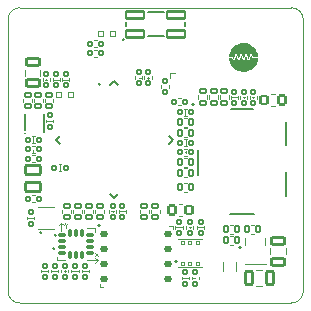
<source format=gto>
%TF.GenerationSoftware,KiCad,Pcbnew,9.0.1*%
%TF.CreationDate,2025-12-15T20:55:04-06:00*%
%TF.ProjectId,ProtoCore_v1,50726f74-6f43-46f7-9265-5f76312e6b69,rev?*%
%TF.SameCoordinates,Original*%
%TF.FileFunction,Legend,Top*%
%TF.FilePolarity,Positive*%
%FSLAX46Y46*%
G04 Gerber Fmt 4.6, Leading zero omitted, Abs format (unit mm)*
G04 Created by KiCad (PCBNEW 9.0.1) date 2025-12-15 20:55:04*
%MOMM*%
%LPD*%
G01*
G04 APERTURE LIST*
G04 Aperture macros list*
%AMRoundRect*
0 Rectangle with rounded corners*
0 $1 Rounding radius*
0 $2 $3 $4 $5 $6 $7 $8 $9 X,Y pos of 4 corners*
0 Add a 4 corners polygon primitive as box body*
4,1,4,$2,$3,$4,$5,$6,$7,$8,$9,$2,$3,0*
0 Add four circle primitives for the rounded corners*
1,1,$1+$1,$2,$3*
1,1,$1+$1,$4,$5*
1,1,$1+$1,$6,$7*
1,1,$1+$1,$8,$9*
0 Add four rect primitives between the rounded corners*
20,1,$1+$1,$2,$3,$4,$5,0*
20,1,$1+$1,$4,$5,$6,$7,0*
20,1,$1+$1,$6,$7,$8,$9,0*
20,1,$1+$1,$8,$9,$2,$3,0*%
G04 Aperture macros list end*
%ADD10C,0.100000*%
%ADD11C,0.120000*%
%ADD12C,0.150000*%
%ADD13C,0.125001*%
%ADD14C,0.000000*%
%ADD15C,0.127000*%
%ADD16C,0.200000*%
%ADD17C,0.161803*%
%ADD18C,0.177475*%
%ADD19C,0.010000*%
%ADD20R,0.580000X0.730000*%
%ADD21RoundRect,0.082500X-0.192500X0.197500X-0.192500X-0.197500X0.192500X-0.197500X0.192500X0.197500X0*%
%ADD22R,0.246234X0.804110*%
%ADD23R,0.246236X0.804111*%
%ADD24R,0.242472X0.804111*%
%ADD25R,0.246232X0.804111*%
%ADD26RoundRect,0.076500X0.243500X-0.178500X0.243500X0.178500X-0.243500X0.178500X-0.243500X-0.178500X0*%
%ADD27RoundRect,0.082500X0.197500X0.192500X-0.197500X0.192500X-0.197500X-0.192500X0.197500X-0.192500X0*%
%ADD28RoundRect,0.082500X0.192500X-0.197500X0.192500X0.197500X-0.192500X0.197500X-0.192500X-0.197500X0*%
%ADD29RoundRect,0.076500X-0.243500X0.178500X-0.243500X-0.178500X0.243500X-0.178500X0.243500X0.178500X0*%
%ADD30RoundRect,0.082500X-0.197500X-0.192500X0.197500X-0.192500X0.197500X0.192500X-0.197500X0.192500X0*%
%ADD31RoundRect,0.076500X0.178500X0.243500X-0.178500X0.243500X-0.178500X-0.243500X0.178500X-0.243500X0*%
%ADD32C,0.600000*%
%ADD33RoundRect,0.102000X-0.650000X0.375000X-0.650000X-0.375000X0.650000X-0.375000X0.650000X0.375000X0*%
%ADD34R,1.800000X0.800000*%
%ADD35C,0.290000*%
%ADD36RoundRect,0.125000X-0.250000X-0.125000X0.250000X-0.125000X0.250000X0.125000X-0.250000X0.125000X0*%
%ADD37R,3.000000X3.750000*%
%ADD38RoundRect,0.123750X-0.288750X-0.338750X0.288750X-0.338750X0.288750X0.338750X-0.288750X0.338750X0*%
%ADD39RoundRect,0.123750X-0.288750X-0.351250X0.288750X-0.351250X0.288750X0.351250X-0.288750X0.351250X0*%
%ADD40RoundRect,0.123750X0.288750X0.338750X-0.288750X0.338750X-0.288750X-0.338750X0.288750X-0.338750X0*%
%ADD41RoundRect,0.123750X0.288750X0.351250X-0.288750X0.351250X-0.288750X-0.351250X0.288750X-0.351250X0*%
%ADD42RoundRect,0.076500X-0.178500X-0.243500X0.178500X-0.243500X0.178500X0.243500X-0.178500X0.243500X0*%
%ADD43RoundRect,0.135000X0.540000X-0.315000X0.540000X0.315000X-0.540000X0.315000X-0.540000X-0.315000X0*%
%ADD44RoundRect,0.087500X-0.225000X-0.087500X0.225000X-0.087500X0.225000X0.087500X-0.225000X0.087500X0*%
%ADD45RoundRect,0.087500X-0.087500X-0.225000X0.087500X-0.225000X0.087500X0.225000X-0.087500X0.225000X0*%
%ADD46RoundRect,0.055000X-0.240000X-0.220000X0.240000X-0.220000X0.240000X0.220000X-0.240000X0.220000X0*%
%ADD47R,0.200000X0.600000*%
%ADD48R,0.200000X1.600000*%
%ADD49RoundRect,0.056250X0.143750X-0.131250X0.143750X0.131250X-0.143750X0.131250X-0.143750X-0.131250X0*%
%ADD50R,1.600000X1.000000*%
%ADD51R,0.275000X0.250000*%
%ADD52R,0.250000X0.275000*%
%ADD53RoundRect,0.135000X-0.540000X0.315000X-0.540000X-0.315000X0.540000X-0.315000X0.540000X0.315000X0*%
%ADD54RoundRect,0.135000X-0.315000X-0.540000X0.315000X-0.540000X0.315000X0.540000X-0.315000X0.540000X0*%
%ADD55RoundRect,0.102000X0.750000X0.300000X-0.750000X0.300000X-0.750000X-0.300000X0.750000X-0.300000X0*%
%TA.AperFunction,Profile*%
%ADD56C,0.100000*%
%TD*%
G04 APERTURE END LIST*
D10*
%TO.C,Y2*%
X151250000Y-93037500D02*
X151250000Y-93437500D01*
X151650000Y-93037500D02*
X151250000Y-93037500D01*
D11*
%TO.C,C37*%
X142875000Y-109699664D02*
X142875000Y-109915336D01*
X142875000Y-109807500D02*
X143475000Y-109807500D01*
X143475000Y-109699664D02*
X143475000Y-109915336D01*
D12*
%TO.C,U4*%
X138935000Y-97827500D02*
X138935000Y-96502499D01*
X140585000Y-98002501D02*
X140585000Y-96502499D01*
D13*
X138997500Y-98127500D02*
G75*
G02*
X138872500Y-98127500I-62500J0D01*
G01*
X138872500Y-98127500D02*
G75*
G02*
X138997500Y-98127500I62500J0D01*
G01*
D11*
%TO.C,R4*%
X143020000Y-104898641D02*
X143020000Y-104591359D01*
X143780000Y-104898641D02*
X143780000Y-104591359D01*
%TO.C,C31*%
X152545000Y-98650000D02*
X152545000Y-99250000D01*
X152652836Y-98650000D02*
X152437164Y-98650000D01*
X152652836Y-99250000D02*
X152437164Y-99250000D01*
%TO.C,C3*%
X150490000Y-94084663D02*
X150490000Y-94300337D01*
X151090000Y-94084663D02*
X151090000Y-94300337D01*
%TO.C,C26*%
X151675000Y-106202836D02*
X151675000Y-105987164D01*
X152275000Y-106095000D02*
X151675000Y-106095000D01*
X152275000Y-106202836D02*
X152275000Y-105987164D01*
%TO.C,R7*%
X153620000Y-94921359D02*
X153620000Y-95228641D01*
X154380000Y-94921359D02*
X154380000Y-95228641D01*
%TO.C,C40*%
X141169098Y-109699664D02*
X141169098Y-109915336D01*
X141169098Y-109807500D02*
X141769098Y-109807500D01*
X141769098Y-109699664D02*
X141769098Y-109915336D01*
D14*
%TO.C,G\u002A\u002A\u002A*%
G36*
X156832095Y-91557697D02*
G01*
X156836568Y-91569369D01*
X156844946Y-91591968D01*
X156856637Y-91623869D01*
X156871047Y-91663443D01*
X156887584Y-91709063D01*
X156905655Y-91759102D01*
X156920771Y-91801094D01*
X156939552Y-91852898D01*
X156957300Y-91901024D01*
X156973432Y-91943947D01*
X156987361Y-91980143D01*
X156998502Y-92008086D01*
X157006269Y-92026252D01*
X157009743Y-92032822D01*
X157025832Y-92043053D01*
X157044007Y-92042350D01*
X157059220Y-92031044D01*
X157060291Y-92029487D01*
X157065551Y-92018622D01*
X157074330Y-91997433D01*
X157085747Y-91968184D01*
X157098916Y-91933141D01*
X157112953Y-91894567D01*
X157112994Y-91894452D01*
X157144299Y-91807326D01*
X157171374Y-91732577D01*
X157194207Y-91670243D01*
X157212783Y-91620360D01*
X157227088Y-91582966D01*
X157237109Y-91558098D01*
X157242831Y-91545793D01*
X157244042Y-91544360D01*
X157247380Y-91550326D01*
X157254354Y-91566909D01*
X157264195Y-91592137D01*
X157276131Y-91624041D01*
X157288946Y-91659390D01*
X157305669Y-91706198D01*
X157325023Y-91760373D01*
X157345152Y-91816721D01*
X157364201Y-91870050D01*
X157374107Y-91897786D01*
X157392438Y-91947646D01*
X157407761Y-91985811D01*
X157420673Y-92013431D01*
X157431773Y-92031651D01*
X157441656Y-92041620D01*
X157450451Y-92044491D01*
X157457268Y-92042558D01*
X157464547Y-92035990D01*
X157472824Y-92023638D01*
X157482635Y-92004353D01*
X157494515Y-91976983D01*
X157508999Y-91940379D01*
X157526624Y-91893392D01*
X157547403Y-91836314D01*
X157565710Y-91785414D01*
X157583467Y-91735779D01*
X157599905Y-91689576D01*
X157614258Y-91648970D01*
X157625758Y-91616126D01*
X157633637Y-91593211D01*
X157634735Y-91589937D01*
X157643910Y-91563651D01*
X157650363Y-91548758D01*
X157654922Y-91543797D01*
X157658418Y-91547306D01*
X157658647Y-91547836D01*
X157662095Y-91556959D01*
X157669506Y-91577152D01*
X157680341Y-91606932D01*
X157694063Y-91644814D01*
X157710135Y-91689315D01*
X157728019Y-91738951D01*
X157747177Y-91792236D01*
X157747963Y-91794426D01*
X157767280Y-91847634D01*
X157785610Y-91897028D01*
X157802386Y-91941158D01*
X157817039Y-91978574D01*
X157829002Y-92007826D01*
X157837705Y-92027467D01*
X157842582Y-92036045D01*
X157842712Y-92036156D01*
X157861880Y-92043869D01*
X157881364Y-92040988D01*
X157892344Y-92032822D01*
X157896925Y-92023940D01*
X157905405Y-92004024D01*
X157917209Y-91974601D01*
X157931761Y-91937199D01*
X157948486Y-91893348D01*
X157966808Y-91844577D01*
X157986154Y-91792413D01*
X158005946Y-91738386D01*
X158025611Y-91684024D01*
X158044572Y-91630856D01*
X158058106Y-91592337D01*
X158067639Y-91566758D01*
X158076028Y-91547430D01*
X158082156Y-91536761D01*
X158084438Y-91535656D01*
X158088246Y-91543584D01*
X158095504Y-91561699D01*
X158105287Y-91587589D01*
X158116671Y-91618843D01*
X158121021Y-91631049D01*
X158132686Y-91663936D01*
X158142900Y-91692652D01*
X158150769Y-91714689D01*
X158155398Y-91727541D01*
X158156089Y-91729409D01*
X158159824Y-91731636D01*
X158169844Y-91733459D01*
X158187164Y-91734911D01*
X158212797Y-91736024D01*
X158247756Y-91736831D01*
X158293057Y-91737366D01*
X158349712Y-91737659D01*
X158415286Y-91737744D01*
X158671307Y-91737744D01*
X158671268Y-91772753D01*
X158670212Y-91795152D01*
X158667418Y-91825583D01*
X158663394Y-91858931D01*
X158661251Y-91873957D01*
X158636174Y-91997275D01*
X158599325Y-92115340D01*
X158551414Y-92227602D01*
X158493149Y-92333506D01*
X158425241Y-92432502D01*
X158348399Y-92524037D01*
X158263332Y-92607559D01*
X158170749Y-92682516D01*
X158071361Y-92748355D01*
X157965876Y-92804525D01*
X157855004Y-92850473D01*
X157739454Y-92885646D01*
X157619935Y-92909494D01*
X157497158Y-92921464D01*
X157371831Y-92921003D01*
X157320953Y-92917196D01*
X157196033Y-92898662D01*
X157074084Y-92867456D01*
X156956135Y-92824101D01*
X156843215Y-92769120D01*
X156736354Y-92703035D01*
X156636581Y-92626370D01*
X156544926Y-92539647D01*
X156516206Y-92508426D01*
X156439714Y-92412769D01*
X156371999Y-92308510D01*
X156314703Y-92198311D01*
X156290791Y-92142610D01*
X156273340Y-92093872D01*
X156256696Y-92038017D01*
X156241579Y-91978362D01*
X156228707Y-91918222D01*
X156218797Y-91860913D01*
X156212567Y-91809751D01*
X156210700Y-91772753D01*
X156210661Y-91737744D01*
X156336180Y-91737744D01*
X156461699Y-91737744D01*
X156513921Y-91872780D01*
X156533516Y-91923389D01*
X156548996Y-91962928D01*
X156561065Y-91992762D01*
X156570430Y-92014256D01*
X156577795Y-92028775D01*
X156583865Y-92037683D01*
X156589347Y-92042346D01*
X156594946Y-92044129D01*
X156601366Y-92044396D01*
X156602602Y-92044389D01*
X156619400Y-92042403D01*
X156629346Y-92038845D01*
X156632258Y-92035096D01*
X156636905Y-92026062D01*
X156643577Y-92010986D01*
X156652568Y-91989112D01*
X156664169Y-91959682D01*
X156678673Y-91921940D01*
X156696371Y-91875128D01*
X156717557Y-91818488D01*
X156742522Y-91751265D01*
X156771558Y-91672701D01*
X156790598Y-91621047D01*
X156822527Y-91534357D01*
X156832095Y-91557697D01*
G37*
G36*
X157564201Y-90482913D02*
G01*
X157641019Y-90492813D01*
X157719090Y-90508703D01*
X157742506Y-90514469D01*
X157862819Y-90550898D01*
X157974702Y-90597004D01*
X158079515Y-90653560D01*
X158178615Y-90721343D01*
X158273360Y-90801126D01*
X158314588Y-90840801D01*
X158400819Y-90935099D01*
X158474546Y-91033253D01*
X158536252Y-91136087D01*
X158586420Y-91244423D01*
X158625534Y-91359085D01*
X158631409Y-91380351D01*
X158641610Y-91422338D01*
X158651172Y-91468564D01*
X158659500Y-91515451D01*
X158665999Y-91559421D01*
X158670073Y-91596896D01*
X158671185Y-91619380D01*
X158671307Y-91644386D01*
X158451249Y-91644386D01*
X158398590Y-91644320D01*
X158350450Y-91644131D01*
X158308381Y-91643837D01*
X158273938Y-91643453D01*
X158248675Y-91642995D01*
X158234147Y-91642479D01*
X158231191Y-91642107D01*
X158228919Y-91634116D01*
X158222624Y-91615763D01*
X158213085Y-91589127D01*
X158201084Y-91556287D01*
X158187402Y-91519322D01*
X158172819Y-91480312D01*
X158158116Y-91441335D01*
X158144075Y-91404472D01*
X158131474Y-91371800D01*
X158121097Y-91345400D01*
X158113722Y-91327349D01*
X158110136Y-91319734D01*
X158097598Y-91313146D01*
X158079183Y-91311245D01*
X158061466Y-91314044D01*
X158052287Y-91319592D01*
X158049385Y-91324789D01*
X158044475Y-91336084D01*
X158037284Y-91354225D01*
X158027536Y-91379961D01*
X158014958Y-91414037D01*
X157999276Y-91457203D01*
X157980214Y-91510206D01*
X157957499Y-91573794D01*
X157930857Y-91648715D01*
X157910165Y-91707056D01*
X157895422Y-91748464D01*
X157884377Y-91778615D01*
X157876331Y-91798841D01*
X157870586Y-91810475D01*
X157866444Y-91814851D01*
X157863204Y-91813302D01*
X157860169Y-91807160D01*
X157859122Y-91804428D01*
X157855462Y-91794443D01*
X157847828Y-91773450D01*
X157836777Y-91742987D01*
X157822865Y-91704591D01*
X157806650Y-91659799D01*
X157788687Y-91610146D01*
X157770930Y-91561031D01*
X157751773Y-91508459D01*
X157733653Y-91459556D01*
X157717149Y-91415819D01*
X157702838Y-91378746D01*
X157691299Y-91349835D01*
X157683109Y-91330584D01*
X157678980Y-91322635D01*
X157664891Y-91313863D01*
X157646853Y-91311256D01*
X157631061Y-91315207D01*
X157626283Y-91319301D01*
X157621248Y-91329189D01*
X157613458Y-91348179D01*
X157604346Y-91372711D01*
X157601443Y-91380984D01*
X157594262Y-91401589D01*
X157583851Y-91431263D01*
X157570909Y-91468028D01*
X157556138Y-91509904D01*
X157540236Y-91554912D01*
X157523906Y-91601074D01*
X157507848Y-91646411D01*
X157492761Y-91688943D01*
X157479347Y-91726692D01*
X157468306Y-91757678D01*
X157460338Y-91779924D01*
X157456278Y-91791091D01*
X157451006Y-91801776D01*
X157446504Y-91800639D01*
X157444771Y-91797760D01*
X157441387Y-91789361D01*
X157434082Y-91769864D01*
X157423390Y-91740742D01*
X157409847Y-91703468D01*
X157393988Y-91659514D01*
X157376348Y-91610352D01*
X157357548Y-91557697D01*
X157338644Y-91504886D01*
X157320927Y-91455892D01*
X157304941Y-91412177D01*
X157291225Y-91375201D01*
X157280322Y-91346422D01*
X157272773Y-91327302D01*
X157269120Y-91319301D01*
X157255752Y-91311620D01*
X157237899Y-91311805D01*
X157221282Y-91319139D01*
X157214640Y-91326118D01*
X157209441Y-91336858D01*
X157200694Y-91358036D01*
X157189233Y-91387497D01*
X157175893Y-91423084D01*
X157161510Y-91462641D01*
X157158469Y-91471156D01*
X157130983Y-91548194D01*
X157107569Y-91613428D01*
X157087926Y-91667653D01*
X157071749Y-91711665D01*
X157058738Y-91746259D01*
X157048589Y-91772229D01*
X157041001Y-91790371D01*
X157035670Y-91801480D01*
X157032294Y-91806351D01*
X157030927Y-91806470D01*
X157027717Y-91800121D01*
X157021420Y-91784700D01*
X157011857Y-91759716D01*
X156998847Y-91724678D01*
X156982211Y-91679097D01*
X156961769Y-91622481D01*
X156937339Y-91554341D01*
X156908744Y-91474185D01*
X156902950Y-91457911D01*
X156888681Y-91418348D01*
X156875502Y-91382804D01*
X156864191Y-91353304D01*
X156855530Y-91331870D01*
X156850296Y-91320528D01*
X156849645Y-91319541D01*
X156836609Y-91312591D01*
X156818618Y-91311545D01*
X156802647Y-91316340D01*
X156798295Y-91319988D01*
X156793658Y-91329006D01*
X156785489Y-91348358D01*
X156774678Y-91375795D01*
X156762116Y-91409068D01*
X156751413Y-91438352D01*
X156736101Y-91480645D01*
X156719391Y-91526440D01*
X156701903Y-91574073D01*
X156684256Y-91621885D01*
X156667069Y-91668212D01*
X156650962Y-91711395D01*
X156636553Y-91749769D01*
X156624461Y-91781675D01*
X156615307Y-91805450D01*
X156609709Y-91819433D01*
X156608274Y-91822480D01*
X156605225Y-91817484D01*
X156598454Y-91802270D01*
X156588924Y-91779113D01*
X156577594Y-91750282D01*
X156576021Y-91746191D01*
X156564183Y-91715222D01*
X156553848Y-91688034D01*
X156546093Y-91667463D01*
X156541990Y-91656345D01*
X156541888Y-91656056D01*
X156539694Y-91652421D01*
X156534908Y-91649625D01*
X156525959Y-91647560D01*
X156511276Y-91646117D01*
X156489287Y-91645187D01*
X156458421Y-91644661D01*
X156417108Y-91644431D01*
X156373263Y-91644386D01*
X156208694Y-91644386D01*
X156213033Y-91587932D01*
X156228710Y-91469652D01*
X156256977Y-91353737D01*
X156297164Y-91241117D01*
X156348602Y-91132723D01*
X156410621Y-91029485D01*
X156482551Y-90932334D01*
X156563723Y-90842200D01*
X156653468Y-90760014D01*
X156751115Y-90686705D01*
X156855996Y-90623206D01*
X156935347Y-90584200D01*
X157039706Y-90542635D01*
X157142957Y-90512074D01*
X157248570Y-90491727D01*
X157360015Y-90480801D01*
X157395958Y-90479214D01*
X157484045Y-90478536D01*
X157564201Y-90482913D01*
G37*
D11*
%TO.C,C9*%
X152412164Y-96050000D02*
X152627836Y-96050000D01*
X152412164Y-96650000D02*
X152627836Y-96650000D01*
X152520000Y-96650000D02*
X152520000Y-96050000D01*
%TO.C,C25*%
X139125000Y-105197164D02*
X139125000Y-105412836D01*
X139125000Y-105305000D02*
X139725000Y-105305000D01*
X139725000Y-105197164D02*
X139725000Y-105412836D01*
%TO.C,R22*%
X152673641Y-97720000D02*
X152366359Y-97720000D01*
X152673641Y-98480000D02*
X152366359Y-98480000D01*
%TO.C,R3*%
X142095000Y-104898641D02*
X142095000Y-104591359D01*
X142855000Y-104898641D02*
X142855000Y-104591359D01*
%TO.C,R15*%
X138800000Y-95201359D02*
X138800000Y-95508641D01*
X139560000Y-95201359D02*
X139560000Y-95508641D01*
%TO.C,C11*%
X146875000Y-104637164D02*
X146875000Y-104852836D01*
X146875000Y-104745000D02*
X147475000Y-104745000D01*
X147475000Y-104637164D02*
X147475000Y-104852836D01*
D15*
%TO.C,U1*%
X141557864Y-98665434D02*
X141890204Y-98333094D01*
X141557864Y-98665434D02*
X141890204Y-98997774D01*
X146507611Y-93715687D02*
X146175271Y-94048027D01*
X146507611Y-93715687D02*
X146839951Y-94048027D01*
X146507611Y-103615181D02*
X146175271Y-103282841D01*
X146507611Y-103615181D02*
X146839951Y-103282841D01*
X151457358Y-98665434D02*
X151125018Y-98333094D01*
X151457358Y-98665434D02*
X151125018Y-98997774D01*
D16*
X145292141Y-93980852D02*
G75*
G02*
X145142141Y-93980852I-75000J0D01*
G01*
X145142141Y-93980852D02*
G75*
G02*
X145292141Y-93980852I75000J0D01*
G01*
D11*
%TO.C,R13*%
X156573641Y-106795000D02*
X156266359Y-106795000D01*
X156573641Y-107555000D02*
X156266359Y-107555000D01*
%TO.C,C5*%
X141275000Y-93702836D02*
X141275000Y-93487164D01*
X141875000Y-93595000D02*
X141275000Y-93595000D01*
X141875000Y-93702836D02*
X141875000Y-93487164D01*
%TO.C,C29*%
X156350000Y-95202836D02*
X156350000Y-94987164D01*
X156950000Y-95095000D02*
X156350000Y-95095000D01*
X156950000Y-95202836D02*
X156950000Y-94987164D01*
%TO.C,L3*%
X155715000Y-109025378D02*
X155715000Y-109824622D01*
X156835000Y-109025378D02*
X156835000Y-109824622D01*
%TO.C,C13*%
X139537163Y-103375000D02*
X139752837Y-103375000D01*
X139537163Y-103975000D02*
X139752837Y-103975000D01*
%TO.C,R11*%
X149595000Y-104898641D02*
X149595000Y-104591359D01*
X150355000Y-104898641D02*
X150355000Y-104591359D01*
%TO.C,C8*%
X142100000Y-93702836D02*
X142100000Y-93487164D01*
X142700000Y-93595000D02*
X142100000Y-93595000D01*
X142700000Y-93702836D02*
X142700000Y-93487164D01*
D16*
%TO.C,U7*%
X153550000Y-101625000D02*
X153550000Y-99575000D01*
X156350000Y-96100000D02*
X158250000Y-96100000D01*
X158325000Y-105000000D02*
X156324999Y-105000000D01*
X161050000Y-99150000D02*
X161050000Y-97150000D01*
X161050000Y-103450000D02*
X161050000Y-101450000D01*
X153275737Y-95700000D02*
G75*
G02*
X153074263Y-95700000I-100737J0D01*
G01*
X153074263Y-95700000D02*
G75*
G02*
X153275737Y-95700000I100737J0D01*
G01*
D11*
%TO.C,C15*%
X145027837Y-90230000D02*
X144812163Y-90230000D01*
X145027837Y-90830000D02*
X144812163Y-90830000D01*
%TO.C,C4*%
X140450000Y-93702836D02*
X140450000Y-93487164D01*
X140750000Y-93661418D02*
X140750000Y-93528582D01*
X140841418Y-93595000D02*
X140658582Y-93595000D01*
X141050000Y-93702836D02*
X141050000Y-93487164D01*
%TO.C,U6*%
X145250000Y-111150000D02*
X145250000Y-110900000D01*
X145250000Y-111160000D02*
X145550000Y-111160000D01*
X151450000Y-105950000D02*
X151150000Y-105950000D01*
X151450000Y-105960000D02*
X151450000Y-106210000D01*
D16*
X145300000Y-105950000D02*
G75*
G02*
X145100000Y-105950000I-100000J0D01*
G01*
X145100000Y-105950000D02*
G75*
G02*
X145300000Y-105950000I100000J0D01*
G01*
D11*
%TO.C,C10*%
X141895000Y-100750000D02*
X141895000Y-101350000D01*
X142002836Y-100750000D02*
X141787164Y-100750000D01*
X142002836Y-101350000D02*
X141787164Y-101350000D01*
%TO.C,C39*%
X140319098Y-109699664D02*
X140319098Y-109915336D01*
X140319098Y-109807500D02*
X140919098Y-109807500D01*
X140919098Y-109699664D02*
X140919098Y-109915336D01*
%TO.C,C7*%
X149050000Y-93537836D02*
X149050000Y-93322164D01*
X149350000Y-93496418D02*
X149350000Y-93363582D01*
X149441418Y-93430000D02*
X149258582Y-93430000D01*
X149650000Y-93537836D02*
X149650000Y-93322164D01*
%TO.C,C27*%
X159796919Y-94840000D02*
X160078081Y-94840000D01*
X159796919Y-95860000D02*
X160078081Y-95860000D01*
%TO.C,C34*%
X152228081Y-104102500D02*
X151946919Y-104102500D01*
X152228081Y-105122500D02*
X151946919Y-105122500D01*
%TO.C,C33*%
X152545000Y-99658582D02*
X152545000Y-99841418D01*
X152611418Y-99750000D02*
X152478582Y-99750000D01*
X152652836Y-99450000D02*
X152437164Y-99450000D01*
X152652836Y-100050000D02*
X152437164Y-100050000D01*
%TO.C,R17*%
X152366359Y-102320000D02*
X152673641Y-102320000D01*
X152366359Y-103080000D02*
X152673641Y-103080000D01*
%TO.C,C1*%
X138900000Y-93261252D02*
X138900000Y-92738748D01*
X140250000Y-93261252D02*
X140250000Y-92738748D01*
%TO.C,C6*%
X146050000Y-104637164D02*
X146050000Y-104852836D01*
X146258582Y-104745000D02*
X146441418Y-104745000D01*
X146350000Y-104678582D02*
X146350000Y-104811418D01*
X146650000Y-104637164D02*
X146650000Y-104852836D01*
%TO.C,C24*%
X139532164Y-98370000D02*
X139747836Y-98370000D01*
X139532164Y-98970000D02*
X139747836Y-98970000D01*
X139640000Y-98970000D02*
X139640000Y-98370000D01*
%TO.C,C23*%
X139532164Y-99170000D02*
X139747836Y-99170000D01*
X139532164Y-99770000D02*
X139747836Y-99770000D01*
X139640000Y-99770000D02*
X139640000Y-99520000D01*
%TO.C,R9*%
X148670000Y-104591359D02*
X148670000Y-104898641D01*
X149430000Y-104591359D02*
X149430000Y-104898641D01*
%TO.C,R8*%
X152366359Y-101095000D02*
X152673641Y-101095000D01*
X152366359Y-101855000D02*
X152673641Y-101855000D01*
%TO.C,C35*%
X143725000Y-109699664D02*
X143725000Y-109915336D01*
X143725000Y-109807500D02*
X144325000Y-109807500D01*
X144325000Y-109699664D02*
X144325000Y-109915336D01*
%TO.C,C38*%
X157150000Y-95202836D02*
X157150000Y-94987164D01*
X157450000Y-95161418D02*
X157450000Y-95028582D01*
X157541418Y-95095000D02*
X157358582Y-95095000D01*
X157750000Y-95202836D02*
X157750000Y-94987164D01*
%TO.C,C22*%
X140720000Y-96972164D02*
X140720000Y-97187836D01*
X140720000Y-97080000D02*
X141320000Y-97080000D01*
X141320000Y-96972164D02*
X141320000Y-97187836D01*
%TO.C,C18*%
X152600000Y-106202836D02*
X152600000Y-105987164D01*
X152900000Y-106161418D02*
X152900000Y-106028582D01*
X152991418Y-106095000D02*
X152808582Y-106095000D01*
X153200000Y-106202836D02*
X153200000Y-105987164D01*
%TO.C,U8*%
X141640000Y-108872500D02*
X141640000Y-108587500D01*
D10*
X141800000Y-105912500D02*
X142000000Y-105706250D01*
X142000000Y-106362500D02*
X142000000Y-105712500D01*
X142200000Y-105912500D02*
X142000000Y-105706250D01*
D11*
X142315000Y-108872500D02*
X141640000Y-108872500D01*
D10*
X142450000Y-105940625D02*
X142325000Y-105762500D01*
X142450000Y-106137500D02*
X142450000Y-105937500D01*
X142575000Y-105762500D02*
X142446875Y-105937500D01*
D11*
X144185000Y-106152500D02*
X144860000Y-106152500D01*
X144185000Y-108872500D02*
X145075000Y-108872500D01*
X144860000Y-106152500D02*
X144860000Y-106462500D01*
D10*
X144871875Y-108662500D02*
X145078125Y-108862499D01*
X144871875Y-109087499D02*
X145078125Y-108887500D01*
X144887500Y-108525000D02*
X145112500Y-108237500D01*
X145112500Y-108525000D02*
X144887500Y-108237500D01*
D17*
X141580901Y-106762500D02*
G75*
G02*
X141419099Y-106762500I-80901J0D01*
G01*
X141419099Y-106762500D02*
G75*
G02*
X141580901Y-106762500I80901J0D01*
G01*
D11*
%TO.C,C21*%
X152225000Y-110287164D02*
X152225000Y-110502836D01*
X152225000Y-110395000D02*
X152825000Y-110395000D01*
X152825000Y-110287164D02*
X152825000Y-110502836D01*
%TO.C,R5*%
X143945000Y-104591359D02*
X143945000Y-104898641D01*
X144705000Y-104591359D02*
X144705000Y-104898641D01*
%TO.C,C28*%
X142019098Y-109699664D02*
X142019098Y-109915336D01*
X142227680Y-109807500D02*
X142410516Y-109807500D01*
X142319098Y-109741082D02*
X142319098Y-109873918D01*
X142619098Y-109699664D02*
X142619098Y-109915336D01*
%TO.C,R12*%
X156573641Y-105870000D02*
X156266359Y-105870000D01*
X156573641Y-106630000D02*
X156266359Y-106630000D01*
%TO.C,C12*%
X148250000Y-93537836D02*
X148250000Y-93322164D01*
X148850000Y-93430000D02*
X148600000Y-93430000D01*
X148850000Y-93537836D02*
X148850000Y-93322164D01*
%TO.C,R14*%
X139700000Y-95201359D02*
X139700000Y-95508641D01*
X140460000Y-95201359D02*
X140460000Y-95508641D01*
D10*
%TO.C,U5*%
X140225000Y-106537500D02*
X140225000Y-106537500D01*
X140275000Y-106512500D02*
X140275000Y-106587500D01*
X141400000Y-104362500D02*
X140000000Y-104362500D01*
X141400000Y-106262500D02*
X140000000Y-106262500D01*
X140175000Y-106537500D02*
G75*
G02*
X140375000Y-106537500I100000J0D01*
G01*
X140378078Y-106537500D02*
G75*
G02*
X140175000Y-106512500I-103078J0D01*
G01*
D11*
%TO.C,R1*%
X140590000Y-95201359D02*
X140590000Y-95508641D01*
X141350000Y-95201359D02*
X141350000Y-95508641D01*
%TO.C,C16*%
X145037837Y-91050000D02*
X144822163Y-91050000D01*
X145037837Y-91650000D02*
X144822163Y-91650000D01*
%TO.C,C2*%
X139537163Y-99975000D02*
X139752837Y-99975000D01*
X139537163Y-100575000D02*
X139752837Y-100575000D01*
%TO.C,C14*%
X151893413Y-95143750D02*
X152109087Y-95143750D01*
X151893413Y-95743750D02*
X152109087Y-95743750D01*
%TO.C,U3*%
X153925000Y-107100000D02*
X151925000Y-107100000D01*
X153925000Y-109475000D02*
X151925000Y-109475000D01*
D18*
X151813737Y-108975000D02*
G75*
G02*
X151636263Y-108975000I-88737J0D01*
G01*
X151636263Y-108975000D02*
G75*
G02*
X151813737Y-108975000I88737J0D01*
G01*
D11*
%TO.C,C19*%
X153050000Y-110287164D02*
X153050000Y-110502836D01*
X153050000Y-110395000D02*
X153300000Y-110395000D01*
X153650000Y-110287164D02*
X153650000Y-110502836D01*
D10*
%TO.C,U10*%
X141319098Y-107925500D02*
X141319098Y-107925500D01*
X141319098Y-107925500D02*
X141419098Y-107925500D01*
X141269098Y-107925500D02*
G75*
G02*
X141469098Y-107925500I100000J0D01*
G01*
X141469098Y-107925500D02*
G75*
G02*
X141269098Y-107925500I-100000J0D01*
G01*
D11*
%TO.C,C32*%
X157950000Y-95202836D02*
X157950000Y-94987164D01*
X158250000Y-95161418D02*
X158250000Y-95028582D01*
X158341418Y-95095000D02*
X158158582Y-95095000D01*
X158550000Y-95202836D02*
X158550000Y-94987164D01*
%TO.C,R21*%
X152673641Y-96820000D02*
X152366359Y-96820000D01*
X152673641Y-97580000D02*
X152366359Y-97580000D01*
%TO.C,R6*%
X144870000Y-104591359D02*
X144870000Y-104898641D01*
X145630000Y-104591359D02*
X145630000Y-104898641D01*
%TO.C,R20*%
X154520000Y-95233641D02*
X154520000Y-94926359D01*
X155280000Y-95233641D02*
X155280000Y-94926359D01*
%TO.C,R10*%
X158348641Y-105870000D02*
X158041359Y-105870000D01*
X158348641Y-106630000D02*
X158041359Y-106630000D01*
%TO.C,C17*%
X159675000Y-107858748D02*
X159675000Y-108381252D01*
X161025000Y-107858748D02*
X161025000Y-108381252D01*
%TO.C,C20*%
X158513748Y-109675000D02*
X159036252Y-109675000D01*
X158513748Y-111025000D02*
X159036252Y-111025000D01*
%TO.C,C30*%
X153525000Y-105987164D02*
X153525000Y-106202836D01*
X153525000Y-106095000D02*
X154125000Y-106095000D01*
X154125000Y-105987164D02*
X154125000Y-106202836D01*
%TO.C,R2*%
X155420000Y-94926359D02*
X155420000Y-95233641D01*
X156180000Y-94926359D02*
X156180000Y-95233641D01*
%TO.C,R19*%
X152366359Y-100195000D02*
X152673641Y-100195000D01*
X152366359Y-100955000D02*
X152673641Y-100955000D01*
D10*
%TO.C,U2*%
X157525000Y-109200000D02*
X159325000Y-109200000D01*
X157550000Y-107606250D02*
X157550000Y-106993750D01*
X159300000Y-107606250D02*
X159300000Y-106993750D01*
D16*
X157225000Y-107800000D02*
G75*
G02*
X157025000Y-107800000I-100000J0D01*
G01*
X157025000Y-107800000D02*
G75*
G02*
X157225000Y-107800000I100000J0D01*
G01*
D15*
%TO.C,ANT1*%
X147500000Y-89086500D02*
X147500000Y-88713500D01*
X150686500Y-87900000D02*
X149313500Y-87900000D01*
X150686500Y-89900000D02*
X149313500Y-89900000D01*
X152500000Y-89086500D02*
X152500000Y-88713500D01*
D12*
X147350000Y-90200000D02*
G75*
G02*
X147200000Y-90200000I-75000J0D01*
G01*
X147200000Y-90200000D02*
G75*
G02*
X147350000Y-90200000I75000J0D01*
G01*
%TD*%
%LPC*%
D14*
G36*
X146850000Y-88725000D02*
G01*
X142797500Y-88725000D01*
X139025000Y-88725000D01*
X138990000Y-88730000D01*
X138930000Y-88750000D01*
X138825000Y-88825000D01*
X138750000Y-88930000D01*
X138730000Y-88990000D01*
X138725000Y-89025000D01*
X138725000Y-110975000D01*
X138737642Y-111034148D01*
X138782912Y-111143440D01*
X138866560Y-111227088D01*
X138975852Y-111272358D01*
X139035000Y-111275000D01*
X160985000Y-111275000D01*
X161044148Y-111272358D01*
X161153440Y-111227088D01*
X161237088Y-111143440D01*
X161282358Y-111034148D01*
X161285000Y-110975000D01*
X161285000Y-89025000D01*
X161280000Y-88990000D01*
X161260000Y-88930000D01*
X161185000Y-88825000D01*
X161080000Y-88750000D01*
X161020000Y-88730000D01*
X160985000Y-88725000D01*
X153160000Y-88725000D01*
X153160000Y-87800000D01*
X161560000Y-87800000D01*
X161740000Y-87840000D01*
X161910000Y-87930000D01*
X162050000Y-88060000D01*
X162130000Y-88190000D01*
X162180000Y-88320000D01*
X162200000Y-88440000D01*
X162200000Y-111560000D01*
X162170000Y-111710000D01*
X162120000Y-111830000D01*
X162040000Y-111950000D01*
X161940000Y-112040000D01*
X161830000Y-112120000D01*
X161700000Y-112170000D01*
X161520000Y-112200000D01*
X138440000Y-112200000D01*
X138300000Y-112170000D01*
X138190000Y-112130000D01*
X138100000Y-112070000D01*
X138030000Y-112020000D01*
X137940000Y-111920000D01*
X137890000Y-111850000D01*
X137820000Y-111670000D01*
X137800000Y-111550000D01*
X137800000Y-88430000D01*
X137840000Y-88260000D01*
X137920000Y-88110000D01*
X138000000Y-88010000D01*
X138140000Y-87900000D01*
X138290000Y-87830000D01*
X138440000Y-87800000D01*
X146850000Y-87800000D01*
X146850000Y-88725000D01*
G37*
D19*
X153775000Y-91050000D02*
X146075000Y-91050000D01*
X146075000Y-90500000D01*
X153150000Y-90500000D01*
X153150000Y-88350000D01*
X153775000Y-88350000D01*
X153775000Y-91050000D01*
G36*
X153775000Y-91050000D02*
G01*
X146075000Y-91050000D01*
X146075000Y-90500000D01*
X153150000Y-90500000D01*
X153150000Y-88350000D01*
X153775000Y-88350000D01*
X153775000Y-91050000D01*
G37*
X146850000Y-91050000D02*
X145875000Y-91050000D01*
X145875000Y-90175000D01*
X146850000Y-90175000D01*
X146850000Y-91050000D01*
G36*
X146850000Y-91050000D02*
G01*
X145875000Y-91050000D01*
X145875000Y-90175000D01*
X146850000Y-90175000D01*
X146850000Y-91050000D01*
G37*
D10*
X161450000Y-105750000D02*
X154900000Y-105750347D01*
X154900000Y-111300000D01*
X154377476Y-111300000D01*
X154377476Y-105250000D01*
X161450000Y-105250000D01*
X161450000Y-105750000D01*
G36*
X161450000Y-105750000D02*
G01*
X154900000Y-105750347D01*
X154900000Y-111300000D01*
X154377476Y-111300000D01*
X154377476Y-105250000D01*
X161450000Y-105250000D01*
X161450000Y-105750000D01*
G37*
D19*
%TO.C,U1*%
X142685699Y-98294203D02*
X142459425Y-98520477D01*
X141794744Y-97855797D01*
X142021018Y-97629523D01*
X142685699Y-98294203D01*
G36*
X142685699Y-98294203D02*
G01*
X142459425Y-98520477D01*
X141794744Y-97855797D01*
X142021018Y-97629523D01*
X142685699Y-98294203D01*
G37*
X142968542Y-98011360D02*
X142742267Y-98237634D01*
X142077587Y-97572954D01*
X142303861Y-97346680D01*
X142968542Y-98011360D01*
G36*
X142968542Y-98011360D02*
G01*
X142742267Y-98237634D01*
X142077587Y-97572954D01*
X142303861Y-97346680D01*
X142968542Y-98011360D01*
G37*
X142685699Y-99036665D02*
X142021018Y-99701345D01*
X141794744Y-99475071D01*
X142459425Y-98810391D01*
X142685699Y-99036665D01*
G36*
X142685699Y-99036665D02*
G01*
X142021018Y-99701345D01*
X141794744Y-99475071D01*
X142459425Y-98810391D01*
X142685699Y-99036665D01*
G37*
X143251384Y-97728518D02*
X143025110Y-97954792D01*
X142360430Y-97290111D01*
X142586704Y-97063837D01*
X143251384Y-97728518D01*
G36*
X143251384Y-97728518D02*
G01*
X143025110Y-97954792D01*
X142360430Y-97290111D01*
X142586704Y-97063837D01*
X143251384Y-97728518D01*
G37*
X142968542Y-99319508D02*
X142303861Y-99984188D01*
X142077587Y-99757914D01*
X142742267Y-99093234D01*
X142968542Y-99319508D01*
G36*
X142968542Y-99319508D02*
G01*
X142303861Y-99984188D01*
X142077587Y-99757914D01*
X142742267Y-99093234D01*
X142968542Y-99319508D01*
G37*
X143534227Y-97445675D02*
X143307953Y-97671949D01*
X142643272Y-97007269D01*
X142869547Y-96780994D01*
X143534227Y-97445675D01*
G36*
X143534227Y-97445675D02*
G01*
X143307953Y-97671949D01*
X142643272Y-97007269D01*
X142869547Y-96780994D01*
X143534227Y-97445675D01*
G37*
X143251384Y-99602350D02*
X142586704Y-100267031D01*
X142360430Y-100040757D01*
X143025110Y-99376076D01*
X143251384Y-99602350D01*
G36*
X143251384Y-99602350D02*
G01*
X142586704Y-100267031D01*
X142360430Y-100040757D01*
X143025110Y-99376076D01*
X143251384Y-99602350D01*
G37*
X143817070Y-97162832D02*
X143590796Y-97389106D01*
X142926115Y-96724426D01*
X143152389Y-96498152D01*
X143817070Y-97162832D01*
G36*
X143817070Y-97162832D02*
G01*
X143590796Y-97389106D01*
X142926115Y-96724426D01*
X143152389Y-96498152D01*
X143817070Y-97162832D01*
G37*
X143534227Y-99885193D02*
X142869547Y-100549874D01*
X142643272Y-100323599D01*
X143307953Y-99658919D01*
X143534227Y-99885193D01*
G36*
X143534227Y-99885193D02*
G01*
X142869547Y-100549874D01*
X142643272Y-100323599D01*
X143307953Y-99658919D01*
X143534227Y-99885193D01*
G37*
X144099912Y-96879989D02*
X143873638Y-97106264D01*
X143208958Y-96441583D01*
X143435232Y-96215309D01*
X144099912Y-96879989D01*
G36*
X144099912Y-96879989D02*
G01*
X143873638Y-97106264D01*
X143208958Y-96441583D01*
X143435232Y-96215309D01*
X144099912Y-96879989D01*
G37*
X143817070Y-100168036D02*
X143152389Y-100832716D01*
X142926115Y-100606442D01*
X143590796Y-99941762D01*
X143817070Y-100168036D01*
G36*
X143817070Y-100168036D02*
G01*
X143152389Y-100832716D01*
X142926115Y-100606442D01*
X143590796Y-99941762D01*
X143817070Y-100168036D01*
G37*
X144382755Y-96597147D02*
X144156481Y-96823421D01*
X143491801Y-96158740D01*
X143718075Y-95932466D01*
X144382755Y-96597147D01*
G36*
X144382755Y-96597147D02*
G01*
X144156481Y-96823421D01*
X143491801Y-96158740D01*
X143718075Y-95932466D01*
X144382755Y-96597147D01*
G37*
X144099912Y-100450879D02*
X143435232Y-101115559D01*
X143208958Y-100889285D01*
X143873638Y-100224604D01*
X144099912Y-100450879D01*
G36*
X144099912Y-100450879D02*
G01*
X143435232Y-101115559D01*
X143208958Y-100889285D01*
X143873638Y-100224604D01*
X144099912Y-100450879D01*
G37*
X144665598Y-96314304D02*
X144439324Y-96540578D01*
X143774643Y-95875898D01*
X144000917Y-95649624D01*
X144665598Y-96314304D01*
G36*
X144665598Y-96314304D02*
G01*
X144439324Y-96540578D01*
X143774643Y-95875898D01*
X144000917Y-95649624D01*
X144665598Y-96314304D01*
G37*
X144382755Y-100733721D02*
X143718075Y-101398402D01*
X143491801Y-101172128D01*
X144156481Y-100507447D01*
X144382755Y-100733721D01*
G36*
X144382755Y-100733721D02*
G01*
X143718075Y-101398402D01*
X143491801Y-101172128D01*
X144156481Y-100507447D01*
X144382755Y-100733721D01*
G37*
X144948441Y-96031461D02*
X144722166Y-96257735D01*
X144057486Y-95593055D01*
X144283760Y-95366781D01*
X144948441Y-96031461D01*
G36*
X144948441Y-96031461D02*
G01*
X144722166Y-96257735D01*
X144057486Y-95593055D01*
X144283760Y-95366781D01*
X144948441Y-96031461D01*
G37*
X144665598Y-101016564D02*
X144000917Y-101681244D01*
X143774643Y-101454970D01*
X144439324Y-100790290D01*
X144665598Y-101016564D01*
G36*
X144665598Y-101016564D02*
G01*
X144000917Y-101681244D01*
X143774643Y-101454970D01*
X144439324Y-100790290D01*
X144665598Y-101016564D01*
G37*
X145231283Y-95748619D02*
X145005009Y-95974893D01*
X144340329Y-95310212D01*
X144566603Y-95083938D01*
X145231283Y-95748619D01*
G36*
X145231283Y-95748619D02*
G01*
X145005009Y-95974893D01*
X144340329Y-95310212D01*
X144566603Y-95083938D01*
X145231283Y-95748619D01*
G37*
X144948441Y-101299407D02*
X144283760Y-101964087D01*
X144057486Y-101737813D01*
X144722166Y-101073133D01*
X144948441Y-101299407D01*
G36*
X144948441Y-101299407D02*
G01*
X144283760Y-101964087D01*
X144057486Y-101737813D01*
X144722166Y-101073133D01*
X144948441Y-101299407D01*
G37*
X145514126Y-95465776D02*
X145287852Y-95692050D01*
X144623171Y-95027370D01*
X144849446Y-94801095D01*
X145514126Y-95465776D01*
G36*
X145514126Y-95465776D02*
G01*
X145287852Y-95692050D01*
X144623171Y-95027370D01*
X144849446Y-94801095D01*
X145514126Y-95465776D01*
G37*
X145231283Y-101582249D02*
X144566603Y-102246930D01*
X144340329Y-102020656D01*
X145005009Y-101355975D01*
X145231283Y-101582249D01*
G36*
X145231283Y-101582249D02*
G01*
X144566603Y-102246930D01*
X144340329Y-102020656D01*
X145005009Y-101355975D01*
X145231283Y-101582249D01*
G37*
X145796969Y-95182933D02*
X145570695Y-95409207D01*
X144906014Y-94744527D01*
X145132288Y-94518253D01*
X145796969Y-95182933D01*
G36*
X145796969Y-95182933D02*
G01*
X145570695Y-95409207D01*
X144906014Y-94744527D01*
X145132288Y-94518253D01*
X145796969Y-95182933D01*
G37*
X145514126Y-101865092D02*
X144849446Y-102529773D01*
X144623171Y-102303498D01*
X145287852Y-101638818D01*
X145514126Y-101865092D01*
G36*
X145514126Y-101865092D02*
G01*
X144849446Y-102529773D01*
X144623171Y-102303498D01*
X145287852Y-101638818D01*
X145514126Y-101865092D01*
G37*
X146079811Y-94900090D02*
X145853537Y-95126365D01*
X145188857Y-94461684D01*
X145415131Y-94235410D01*
X146079811Y-94900090D01*
G36*
X146079811Y-94900090D02*
G01*
X145853537Y-95126365D01*
X145188857Y-94461684D01*
X145415131Y-94235410D01*
X146079811Y-94900090D01*
G37*
X145796969Y-102147935D02*
X145132288Y-102812615D01*
X144906014Y-102586341D01*
X145570695Y-101921661D01*
X145796969Y-102147935D01*
G36*
X145796969Y-102147935D02*
G01*
X145132288Y-102812615D01*
X144906014Y-102586341D01*
X145570695Y-101921661D01*
X145796969Y-102147935D01*
G37*
X146362654Y-94617248D02*
X146136380Y-94843522D01*
X145471700Y-94178841D01*
X145697974Y-93952567D01*
X146362654Y-94617248D01*
G36*
X146362654Y-94617248D02*
G01*
X146136380Y-94843522D01*
X145471700Y-94178841D01*
X145697974Y-93952567D01*
X146362654Y-94617248D01*
G37*
X146079811Y-102430778D02*
X145415131Y-103095458D01*
X145188857Y-102869184D01*
X145853537Y-102204503D01*
X146079811Y-102430778D01*
G36*
X146079811Y-102430778D02*
G01*
X145415131Y-103095458D01*
X145188857Y-102869184D01*
X145853537Y-102204503D01*
X146079811Y-102430778D01*
G37*
X146362654Y-102713620D02*
X145697974Y-103378301D01*
X145471700Y-103152027D01*
X146136380Y-102487346D01*
X146362654Y-102713620D01*
G36*
X146362654Y-102713620D02*
G01*
X145697974Y-103378301D01*
X145471700Y-103152027D01*
X146136380Y-102487346D01*
X146362654Y-102713620D01*
G37*
X149336038Y-98665434D02*
X146507611Y-101493861D01*
X143679184Y-98665434D01*
X146507611Y-95837007D01*
X149336038Y-98665434D01*
G36*
X149336038Y-98665434D02*
G01*
X146507611Y-101493861D01*
X143679184Y-98665434D01*
X146507611Y-95837007D01*
X149336038Y-98665434D01*
G37*
X147543522Y-103152027D02*
X147317248Y-103378301D01*
X146652568Y-102713620D01*
X146878842Y-102487346D01*
X147543522Y-103152027D01*
G36*
X147543522Y-103152027D02*
G01*
X147317248Y-103378301D01*
X146652568Y-102713620D01*
X146878842Y-102487346D01*
X147543522Y-103152027D01*
G37*
X147826365Y-102869184D02*
X147600091Y-103095458D01*
X146935411Y-102430778D01*
X147161685Y-102204503D01*
X147826365Y-102869184D01*
G36*
X147826365Y-102869184D02*
G01*
X147600091Y-103095458D01*
X146935411Y-102430778D01*
X147161685Y-102204503D01*
X147826365Y-102869184D01*
G37*
X147543522Y-94178841D02*
X146878842Y-94843522D01*
X146652568Y-94617248D01*
X147317248Y-93952567D01*
X147543522Y-94178841D01*
G36*
X147543522Y-94178841D02*
G01*
X146878842Y-94843522D01*
X146652568Y-94617248D01*
X147317248Y-93952567D01*
X147543522Y-94178841D01*
G37*
X148109208Y-102586341D02*
X147882934Y-102812615D01*
X147218253Y-102147935D01*
X147444527Y-101921661D01*
X148109208Y-102586341D01*
G36*
X148109208Y-102586341D02*
G01*
X147882934Y-102812615D01*
X147218253Y-102147935D01*
X147444527Y-101921661D01*
X148109208Y-102586341D01*
G37*
X147826365Y-94461684D02*
X147161685Y-95126365D01*
X146935411Y-94900090D01*
X147600091Y-94235410D01*
X147826365Y-94461684D01*
G36*
X147826365Y-94461684D02*
G01*
X147161685Y-95126365D01*
X146935411Y-94900090D01*
X147600091Y-94235410D01*
X147826365Y-94461684D01*
G37*
X148392051Y-102303498D02*
X148165776Y-102529773D01*
X147501096Y-101865092D01*
X147727370Y-101638818D01*
X148392051Y-102303498D01*
G36*
X148392051Y-102303498D02*
G01*
X148165776Y-102529773D01*
X147501096Y-101865092D01*
X147727370Y-101638818D01*
X148392051Y-102303498D01*
G37*
X148109208Y-94744527D02*
X147444527Y-95409207D01*
X147218253Y-95182933D01*
X147882934Y-94518253D01*
X148109208Y-94744527D01*
G36*
X148109208Y-94744527D02*
G01*
X147444527Y-95409207D01*
X147218253Y-95182933D01*
X147882934Y-94518253D01*
X148109208Y-94744527D01*
G37*
X148674893Y-102020656D02*
X148448619Y-102246930D01*
X147783939Y-101582249D01*
X148010213Y-101355975D01*
X148674893Y-102020656D01*
G36*
X148674893Y-102020656D02*
G01*
X148448619Y-102246930D01*
X147783939Y-101582249D01*
X148010213Y-101355975D01*
X148674893Y-102020656D01*
G37*
X148392051Y-95027370D02*
X147727370Y-95692050D01*
X147501096Y-95465776D01*
X148165776Y-94801095D01*
X148392051Y-95027370D01*
G36*
X148392051Y-95027370D02*
G01*
X147727370Y-95692050D01*
X147501096Y-95465776D01*
X148165776Y-94801095D01*
X148392051Y-95027370D01*
G37*
X148957736Y-101737813D02*
X148731462Y-101964087D01*
X148066781Y-101299407D01*
X148293056Y-101073133D01*
X148957736Y-101737813D01*
G36*
X148957736Y-101737813D02*
G01*
X148731462Y-101964087D01*
X148066781Y-101299407D01*
X148293056Y-101073133D01*
X148957736Y-101737813D01*
G37*
X148674893Y-95310212D02*
X148010213Y-95974893D01*
X147783939Y-95748619D01*
X148448619Y-95083938D01*
X148674893Y-95310212D01*
G36*
X148674893Y-95310212D02*
G01*
X148010213Y-95974893D01*
X147783939Y-95748619D01*
X148448619Y-95083938D01*
X148674893Y-95310212D01*
G37*
X149240579Y-101454970D02*
X149014305Y-101681244D01*
X148349624Y-101016564D01*
X148575898Y-100790290D01*
X149240579Y-101454970D01*
G36*
X149240579Y-101454970D02*
G01*
X149014305Y-101681244D01*
X148349624Y-101016564D01*
X148575898Y-100790290D01*
X149240579Y-101454970D01*
G37*
X148957736Y-95593055D02*
X148293056Y-96257735D01*
X148066781Y-96031461D01*
X148731462Y-95366781D01*
X148957736Y-95593055D01*
G36*
X148957736Y-95593055D02*
G01*
X148293056Y-96257735D01*
X148066781Y-96031461D01*
X148731462Y-95366781D01*
X148957736Y-95593055D01*
G37*
X149523421Y-101172128D02*
X149297147Y-101398402D01*
X148632467Y-100733721D01*
X148858741Y-100507447D01*
X149523421Y-101172128D01*
G36*
X149523421Y-101172128D02*
G01*
X149297147Y-101398402D01*
X148632467Y-100733721D01*
X148858741Y-100507447D01*
X149523421Y-101172128D01*
G37*
X149240579Y-95875898D02*
X148575898Y-96540578D01*
X148349624Y-96314304D01*
X149014305Y-95649624D01*
X149240579Y-95875898D01*
G36*
X149240579Y-95875898D02*
G01*
X148575898Y-96540578D01*
X148349624Y-96314304D01*
X149014305Y-95649624D01*
X149240579Y-95875898D01*
G37*
X149806264Y-100889285D02*
X149579990Y-101115559D01*
X148915310Y-100450879D01*
X149141584Y-100224604D01*
X149806264Y-100889285D01*
G36*
X149806264Y-100889285D02*
G01*
X149579990Y-101115559D01*
X148915310Y-100450879D01*
X149141584Y-100224604D01*
X149806264Y-100889285D01*
G37*
X149523421Y-96158740D02*
X148858741Y-96823421D01*
X148632467Y-96597147D01*
X149297147Y-95932466D01*
X149523421Y-96158740D01*
G36*
X149523421Y-96158740D02*
G01*
X148858741Y-96823421D01*
X148632467Y-96597147D01*
X149297147Y-95932466D01*
X149523421Y-96158740D01*
G37*
X150089107Y-100606442D02*
X149862833Y-100832716D01*
X149198152Y-100168036D01*
X149424426Y-99941762D01*
X150089107Y-100606442D01*
G36*
X150089107Y-100606442D02*
G01*
X149862833Y-100832716D01*
X149198152Y-100168036D01*
X149424426Y-99941762D01*
X150089107Y-100606442D01*
G37*
X149806264Y-96441583D02*
X149141584Y-97106264D01*
X148915310Y-96879989D01*
X149579990Y-96215309D01*
X149806264Y-96441583D01*
G36*
X149806264Y-96441583D02*
G01*
X149141584Y-97106264D01*
X148915310Y-96879989D01*
X149579990Y-96215309D01*
X149806264Y-96441583D01*
G37*
X150371950Y-100323599D02*
X150145675Y-100549874D01*
X149480995Y-99885193D01*
X149707269Y-99658919D01*
X150371950Y-100323599D01*
G36*
X150371950Y-100323599D02*
G01*
X150145675Y-100549874D01*
X149480995Y-99885193D01*
X149707269Y-99658919D01*
X150371950Y-100323599D01*
G37*
X150089107Y-96724426D02*
X149424426Y-97389106D01*
X149198152Y-97162832D01*
X149862833Y-96498152D01*
X150089107Y-96724426D01*
G36*
X150089107Y-96724426D02*
G01*
X149424426Y-97389106D01*
X149198152Y-97162832D01*
X149862833Y-96498152D01*
X150089107Y-96724426D01*
G37*
X150654792Y-100040757D02*
X150428518Y-100267031D01*
X149763838Y-99602350D01*
X149990112Y-99376076D01*
X150654792Y-100040757D01*
G36*
X150654792Y-100040757D02*
G01*
X150428518Y-100267031D01*
X149763838Y-99602350D01*
X149990112Y-99376076D01*
X150654792Y-100040757D01*
G37*
X150371950Y-97007269D02*
X149707269Y-97671949D01*
X149480995Y-97445675D01*
X150145675Y-96780994D01*
X150371950Y-97007269D01*
G36*
X150371950Y-97007269D02*
G01*
X149707269Y-97671949D01*
X149480995Y-97445675D01*
X150145675Y-96780994D01*
X150371950Y-97007269D01*
G37*
X150937635Y-99757914D02*
X150711361Y-99984188D01*
X150046680Y-99319508D01*
X150272955Y-99093234D01*
X150937635Y-99757914D01*
G36*
X150937635Y-99757914D02*
G01*
X150711361Y-99984188D01*
X150046680Y-99319508D01*
X150272955Y-99093234D01*
X150937635Y-99757914D01*
G37*
X150654792Y-97290111D02*
X149990112Y-97954792D01*
X149763838Y-97728518D01*
X150428518Y-97063837D01*
X150654792Y-97290111D01*
G36*
X150654792Y-97290111D02*
G01*
X149990112Y-97954792D01*
X149763838Y-97728518D01*
X150428518Y-97063837D01*
X150654792Y-97290111D01*
G37*
X151220478Y-99475071D02*
X150994204Y-99701345D01*
X150329523Y-99036665D01*
X150555797Y-98810391D01*
X151220478Y-99475071D01*
G36*
X151220478Y-99475071D02*
G01*
X150994204Y-99701345D01*
X150329523Y-99036665D01*
X150555797Y-98810391D01*
X151220478Y-99475071D01*
G37*
X150937635Y-97572954D02*
X150272955Y-98237634D01*
X150046680Y-98011360D01*
X150711361Y-97346680D01*
X150937635Y-97572954D01*
G36*
X150937635Y-97572954D02*
G01*
X150272955Y-98237634D01*
X150046680Y-98011360D01*
X150711361Y-97346680D01*
X150937635Y-97572954D01*
G37*
X151220478Y-97855797D02*
X150555797Y-98520477D01*
X150329523Y-98294203D01*
X150994204Y-97629523D01*
X151220478Y-97855797D01*
G36*
X151220478Y-97855797D02*
G01*
X150555797Y-98520477D01*
X150329523Y-98294203D01*
X150994204Y-97629523D01*
X151220478Y-97855797D01*
G37*
%TO.C,U2*%
X158175000Y-107975000D02*
X157425000Y-107975000D01*
X157425000Y-107675000D01*
X158175000Y-107675000D01*
X158175000Y-107975000D01*
G36*
X158175000Y-107975000D02*
G01*
X157425000Y-107975000D01*
X157425000Y-107675000D01*
X158175000Y-107675000D01*
X158175000Y-107975000D01*
G37*
X158175000Y-108475000D02*
X157425000Y-108475000D01*
X157425000Y-108175000D01*
X158175000Y-108175000D01*
X158175000Y-108475000D01*
G36*
X158175000Y-108475000D02*
G01*
X157425000Y-108475000D01*
X157425000Y-108175000D01*
X158175000Y-108175000D01*
X158175000Y-108475000D01*
G37*
X158175000Y-108975000D02*
X157425000Y-108975000D01*
X157425000Y-108675000D01*
X158175000Y-108675000D01*
X158175000Y-108975000D01*
G36*
X158175000Y-108975000D02*
G01*
X157425000Y-108975000D01*
X157425000Y-108675000D01*
X158175000Y-108675000D01*
X158175000Y-108975000D01*
G37*
X158100000Y-107475000D02*
X157750000Y-107475000D01*
X157750000Y-106825000D01*
X158100000Y-106825000D01*
X158100000Y-107475000D01*
G36*
X158100000Y-107475000D02*
G01*
X157750000Y-107475000D01*
X157750000Y-106825000D01*
X158100000Y-106825000D01*
X158100000Y-107475000D01*
G37*
X158600000Y-107475000D02*
X158250000Y-107475000D01*
X158250000Y-106825000D01*
X158600000Y-106825000D01*
X158600000Y-107475000D01*
G36*
X158600000Y-107475000D02*
G01*
X158250000Y-107475000D01*
X158250000Y-106825000D01*
X158600000Y-106825000D01*
X158600000Y-107475000D01*
G37*
X159425000Y-107975000D02*
X158325000Y-107975000D01*
X158325000Y-107675000D01*
X159425000Y-107675000D01*
X159425000Y-107975000D01*
G36*
X159425000Y-107975000D02*
G01*
X158325000Y-107975000D01*
X158325000Y-107675000D01*
X159425000Y-107675000D01*
X159425000Y-107975000D01*
G37*
X159425000Y-108975000D02*
X158325000Y-108975000D01*
X158325000Y-108675000D01*
X159425000Y-108675000D01*
X159425000Y-108975000D01*
G36*
X159425000Y-108975000D02*
G01*
X158325000Y-108975000D01*
X158325000Y-108675000D01*
X159425000Y-108675000D01*
X159425000Y-108975000D01*
G37*
X159425000Y-108475000D02*
X158675000Y-108475000D01*
X158675000Y-108175000D01*
X159425000Y-108175000D01*
X159425000Y-108475000D01*
G36*
X159425000Y-108475000D02*
G01*
X158675000Y-108475000D01*
X158675000Y-108175000D01*
X159425000Y-108175000D01*
X159425000Y-108475000D01*
G37*
X159100000Y-107475000D02*
X158750000Y-107475000D01*
X158750000Y-106825000D01*
X159100000Y-106825000D01*
X159100000Y-107475000D01*
G36*
X159100000Y-107475000D02*
G01*
X158750000Y-107475000D01*
X158750000Y-106825000D01*
X159100000Y-106825000D01*
X159100000Y-107475000D01*
G37*
%TD*%
D20*
%TO.C,Y2*%
X151650000Y-93512500D03*
X151650000Y-94512500D03*
X152350000Y-94512500D03*
X152350000Y-93512500D03*
%TD*%
D21*
%TO.C,C37*%
X143175000Y-109327500D03*
X143175000Y-110287500D03*
%TD*%
D22*
%TO.C,U4*%
X139261883Y-97775444D03*
D23*
X139761882Y-97775444D03*
D24*
X140259999Y-97775444D03*
D23*
X140261881Y-96729556D03*
X139761882Y-96729556D03*
D25*
X139261884Y-96729556D03*
%TD*%
D26*
%TO.C,R4*%
X143400000Y-105240000D03*
X143400000Y-104250000D03*
%TD*%
D27*
%TO.C,C31*%
X153025000Y-98950000D03*
X152065000Y-98950000D03*
%TD*%
D21*
%TO.C,C3*%
X150790000Y-93712500D03*
X150790000Y-94672500D03*
%TD*%
D28*
%TO.C,C26*%
X151975000Y-106575000D03*
X151975000Y-105615000D03*
%TD*%
D29*
%TO.C,R7*%
X154000000Y-94580000D03*
X154000000Y-95570000D03*
%TD*%
D21*
%TO.C,C40*%
X141469098Y-109327500D03*
X141469098Y-110287500D03*
%TD*%
D30*
%TO.C,C9*%
X152040000Y-96350000D03*
X153000000Y-96350000D03*
%TD*%
D21*
%TO.C,C25*%
X139425000Y-104825000D03*
X139425000Y-105785000D03*
%TD*%
D31*
%TO.C,R22*%
X153015000Y-98100000D03*
X152025000Y-98100000D03*
%TD*%
D26*
%TO.C,R3*%
X142475000Y-105240000D03*
X142475000Y-104250000D03*
%TD*%
D29*
%TO.C,R15*%
X139180000Y-94860000D03*
X139180000Y-95850000D03*
%TD*%
D21*
%TO.C,C11*%
X147175000Y-104265000D03*
X147175000Y-105225000D03*
%TD*%
D32*
%TO.C,TP9*%
X149375000Y-102700000D03*
%TD*%
D33*
%TO.C,Y1*%
X139625000Y-101250002D03*
X139625000Y-102700000D03*
%TD*%
D31*
%TO.C,R13*%
X156915000Y-107175000D03*
X155925000Y-107175000D03*
%TD*%
D28*
%TO.C,C5*%
X141575000Y-94075000D03*
X141575000Y-93115000D03*
%TD*%
%TO.C,C29*%
X156650000Y-95575000D03*
X156650000Y-94615000D03*
%TD*%
D34*
%TO.C,L3*%
X156275000Y-108625001D03*
X156275000Y-110224999D03*
%TD*%
D30*
%TO.C,C13*%
X139165000Y-103675000D03*
X140125000Y-103675000D03*
%TD*%
D26*
%TO.C,R11*%
X149975000Y-105240000D03*
X149975000Y-104250000D03*
%TD*%
D28*
%TO.C,C8*%
X142400000Y-94075000D03*
X142400000Y-93115000D03*
%TD*%
D35*
%TO.C,U7*%
X154050000Y-97350000D03*
X154550000Y-97350000D03*
X155050000Y-97350000D03*
X155550000Y-97350000D03*
X156050000Y-97350000D03*
X156550000Y-97350000D03*
X157050000Y-97350000D03*
X158050000Y-97350000D03*
X158550000Y-97350000D03*
X159050000Y-97350000D03*
X159550000Y-97350000D03*
X160050000Y-97350000D03*
X160550000Y-97350000D03*
X154050000Y-97850000D03*
X154550000Y-97850000D03*
X155050000Y-97850000D03*
X155550000Y-97850000D03*
X156050000Y-97850000D03*
X156550000Y-97850000D03*
X157550000Y-97850000D03*
X158050000Y-97850000D03*
X158550000Y-97850000D03*
X159050000Y-97850000D03*
X159550000Y-97850000D03*
X160050000Y-97850000D03*
X160550000Y-97850000D03*
X154050000Y-98350000D03*
X154550000Y-98350000D03*
X155050000Y-98350000D03*
X155550000Y-98350000D03*
X156050000Y-98350000D03*
X156550000Y-98350000D03*
X157050000Y-97850000D03*
X157550000Y-97350000D03*
X157050000Y-98350000D03*
X157550000Y-98350000D03*
X158050000Y-98350000D03*
X158550000Y-98350000D03*
X159050000Y-98350000D03*
X159550000Y-98350000D03*
X160050000Y-98350000D03*
X160550000Y-98350000D03*
X154050000Y-98850000D03*
X154550000Y-98850000D03*
X155050000Y-98850000D03*
X155550000Y-98850000D03*
X159550000Y-98850000D03*
X160050000Y-98850000D03*
X160550000Y-98850000D03*
X154050000Y-99350000D03*
X154550000Y-99350000D03*
X155050000Y-99350000D03*
X156050000Y-99350000D03*
X156550000Y-99350000D03*
X157050000Y-99350000D03*
X157550000Y-99350000D03*
X158050000Y-99350000D03*
X158550000Y-99350000D03*
X159550000Y-99350000D03*
X160050000Y-99350000D03*
X160550000Y-99350000D03*
X154050000Y-99850000D03*
X154550000Y-99850000D03*
X155050000Y-99850000D03*
X156050000Y-99850000D03*
X158550000Y-99850000D03*
X159550000Y-99850000D03*
X160050000Y-99850000D03*
X160550000Y-99850000D03*
X154050000Y-100350000D03*
X154550000Y-100350000D03*
X155050000Y-100350000D03*
X156050000Y-100350000D03*
X158550000Y-100350000D03*
X159550000Y-100350000D03*
X160050000Y-100350000D03*
X160550000Y-100350000D03*
X154050000Y-100850000D03*
X154550000Y-100850000D03*
X155050000Y-100850000D03*
X156050000Y-100850000D03*
X158550000Y-100850000D03*
X159550000Y-100850000D03*
X160050000Y-100850000D03*
X160550000Y-100850000D03*
X156050000Y-101350000D03*
X158550000Y-101350000D03*
X159550000Y-101350000D03*
X160050000Y-101350000D03*
X160550000Y-101350000D03*
X154050000Y-101350000D03*
X154550000Y-101350000D03*
X155050000Y-101350000D03*
X156050000Y-101850000D03*
X156550000Y-101850000D03*
X157050000Y-101850000D03*
X157550000Y-101850000D03*
X158050000Y-101850000D03*
X158550000Y-101850000D03*
X159550000Y-101850000D03*
X160050000Y-101850000D03*
X160550000Y-101850000D03*
X159550000Y-102350000D03*
X160050000Y-102350000D03*
X160550000Y-102350000D03*
X154050000Y-102850000D03*
X154550000Y-102850000D03*
X155050000Y-102850000D03*
X155550000Y-102850000D03*
X154050000Y-102350000D03*
X154550000Y-102350000D03*
X155050000Y-102350000D03*
X156050000Y-102850000D03*
X154050000Y-101850000D03*
X154550000Y-101850000D03*
X155050000Y-101850000D03*
X156550000Y-102850000D03*
X157050000Y-102850000D03*
X157550000Y-102850000D03*
X158050000Y-102850000D03*
X158550000Y-102850000D03*
X159050000Y-102850000D03*
X159550000Y-102850000D03*
X160050000Y-102850000D03*
X160550000Y-102850000D03*
X154050000Y-103350000D03*
X154050000Y-103850000D03*
X154550000Y-103350000D03*
X155050000Y-103350000D03*
X155550000Y-103350000D03*
X156050000Y-103350000D03*
X156550000Y-103350000D03*
X157050000Y-103350000D03*
X157550000Y-103350000D03*
X158050000Y-103350000D03*
X158550000Y-103350000D03*
X159050000Y-103350000D03*
X159550000Y-103350000D03*
X160050000Y-103350000D03*
X160550000Y-103350000D03*
X154550000Y-103850000D03*
X155050000Y-103850000D03*
X155550000Y-103850000D03*
X156050000Y-103850000D03*
X156550000Y-103850000D03*
X157050000Y-103850000D03*
X157550000Y-103850000D03*
X158050000Y-103850000D03*
X158550000Y-103850000D03*
X159050000Y-103850000D03*
X159550000Y-103850000D03*
X160050000Y-103850000D03*
X160550000Y-103850000D03*
%TD*%
D27*
%TO.C,C15*%
X145400000Y-90530000D03*
X144440000Y-90530000D03*
%TD*%
D28*
%TO.C,C4*%
X140750000Y-94075000D03*
X140750000Y-93115000D03*
%TD*%
D32*
%TO.C,TP15*%
X151225000Y-101700000D03*
%TD*%
D36*
%TO.C,U6*%
X145650000Y-106645000D03*
X145650000Y-107915000D03*
X145650000Y-109185000D03*
X145650000Y-110455000D03*
X151050000Y-110455000D03*
X151050000Y-109185000D03*
X151050000Y-107915000D03*
X151050000Y-106645000D03*
D37*
X148350000Y-108550000D03*
%TD*%
D32*
%TO.C,TP8*%
X148875000Y-103375000D03*
%TD*%
D27*
%TO.C,C10*%
X142375000Y-101050000D03*
X141415000Y-101050000D03*
%TD*%
D21*
%TO.C,C39*%
X140619098Y-109327500D03*
X140619098Y-110287500D03*
%TD*%
D28*
%TO.C,C7*%
X149350000Y-93910000D03*
X149350000Y-92950000D03*
%TD*%
D38*
%TO.C,C27*%
X159200000Y-95337500D03*
D39*
X160675000Y-95350000D03*
%TD*%
D40*
%TO.C,C34*%
X152825000Y-104625000D03*
D41*
X151350000Y-104612500D03*
%TD*%
D32*
%TO.C,TP19*%
X139825000Y-109850000D03*
%TD*%
D27*
%TO.C,C33*%
X153025000Y-99750000D03*
X152065000Y-99750000D03*
%TD*%
D42*
%TO.C,R17*%
X152025000Y-102700000D03*
X153015000Y-102700000D03*
%TD*%
D43*
%TO.C,C1*%
X139575000Y-93900000D03*
X139575000Y-92100000D03*
%TD*%
D21*
%TO.C,C6*%
X146350000Y-104265000D03*
X146350000Y-105225000D03*
%TD*%
D30*
%TO.C,C24*%
X139160000Y-98670000D03*
X140120000Y-98670000D03*
%TD*%
%TO.C,C23*%
X139160000Y-99470000D03*
X140120000Y-99470000D03*
%TD*%
D29*
%TO.C,R9*%
X149050000Y-104250000D03*
X149050000Y-105240000D03*
%TD*%
D42*
%TO.C,R8*%
X152025000Y-101475000D03*
X153015000Y-101475000D03*
%TD*%
D32*
%TO.C,TP18*%
X150800000Y-105675000D03*
%TD*%
D21*
%TO.C,C35*%
X144025000Y-109327500D03*
X144025000Y-110287500D03*
%TD*%
D28*
%TO.C,C38*%
X157450000Y-95575000D03*
X157450000Y-94615000D03*
%TD*%
D21*
%TO.C,C22*%
X141020000Y-96600000D03*
X141020000Y-97560000D03*
%TD*%
D28*
%TO.C,C18*%
X152900000Y-106575000D03*
X152900000Y-105615000D03*
%TD*%
D44*
%TO.C,U8*%
X142087500Y-106762500D03*
X142087500Y-107262500D03*
X142087500Y-107762500D03*
X142087500Y-108262500D03*
D45*
X142750000Y-108425000D03*
X143250000Y-108425000D03*
X143750000Y-108425000D03*
D44*
X144412500Y-108262500D03*
X144412500Y-107762500D03*
X144412500Y-107262500D03*
X144412500Y-106762500D03*
D45*
X143750000Y-106600000D03*
X143250000Y-106600000D03*
X142750000Y-106600000D03*
%TD*%
D46*
%TO.C,L1*%
X141825000Y-94850000D03*
X142795000Y-94850000D03*
%TD*%
D21*
%TO.C,C21*%
X152525000Y-109915000D03*
X152525000Y-110875000D03*
%TD*%
D29*
%TO.C,R5*%
X144325000Y-104250000D03*
X144325000Y-105240000D03*
%TD*%
D21*
%TO.C,C28*%
X142319098Y-109327500D03*
X142319098Y-110287500D03*
%TD*%
D31*
%TO.C,R12*%
X156915000Y-106250000D03*
X155925000Y-106250000D03*
%TD*%
D28*
%TO.C,C12*%
X148550000Y-93910000D03*
X148550000Y-92950000D03*
%TD*%
D29*
%TO.C,R14*%
X140080000Y-94860000D03*
X140080000Y-95850000D03*
%TD*%
D47*
%TO.C,U5*%
X140300000Y-105812500D03*
D48*
X140700000Y-105312500D03*
D47*
X141100000Y-105812500D03*
X141100000Y-104812500D03*
X140300000Y-104812500D03*
%TD*%
D29*
%TO.C,R1*%
X140970000Y-94860000D03*
X140970000Y-95850000D03*
%TD*%
D27*
%TO.C,C16*%
X145410000Y-91350000D03*
X144450000Y-91350000D03*
%TD*%
D30*
%TO.C,C2*%
X139165000Y-100275000D03*
X140125000Y-100275000D03*
%TD*%
D46*
%TO.C,L2*%
X145410000Y-89700000D03*
X146380000Y-89700000D03*
%TD*%
D32*
%TO.C,TP11*%
X160675000Y-106225000D03*
%TD*%
%TO.C,TP20*%
X139300000Y-110725000D03*
%TD*%
D30*
%TO.C,C14*%
X151521250Y-95443750D03*
X152481250Y-95443750D03*
%TD*%
D49*
%TO.C,U3*%
X152275000Y-109187500D03*
X152925000Y-109187500D03*
X153575000Y-109187500D03*
X153575000Y-107412500D03*
X152925000Y-107412500D03*
X152275000Y-107412500D03*
D50*
X152925000Y-108300000D03*
%TD*%
D21*
%TO.C,C19*%
X153350000Y-109915000D03*
X153350000Y-110875000D03*
%TD*%
D51*
%TO.C,U10*%
X140932098Y-107925500D03*
X140932098Y-107425500D03*
D52*
X140669098Y-106913500D03*
X140169098Y-106913500D03*
X139669098Y-106913500D03*
D51*
X139406098Y-107425500D03*
X139406098Y-107925500D03*
D52*
X139669098Y-108437500D03*
X140169098Y-108437500D03*
X140669098Y-108437500D03*
%TD*%
D28*
%TO.C,C32*%
X158250000Y-95575000D03*
X158250000Y-94615000D03*
%TD*%
D31*
%TO.C,R21*%
X153015000Y-97200000D03*
X152025000Y-97200000D03*
%TD*%
D32*
%TO.C,TP14*%
X151150000Y-100850000D03*
%TD*%
D29*
%TO.C,R6*%
X145250000Y-104250000D03*
X145250000Y-105240000D03*
%TD*%
D26*
%TO.C,R20*%
X154900000Y-95575000D03*
X154900000Y-94585000D03*
%TD*%
D31*
%TO.C,R10*%
X158690000Y-106250000D03*
X157700000Y-106250000D03*
%TD*%
D53*
%TO.C,C17*%
X160350000Y-107220000D03*
X160350000Y-109020000D03*
%TD*%
D54*
%TO.C,C20*%
X157875000Y-110350000D03*
X159675000Y-110350000D03*
%TD*%
D21*
%TO.C,C30*%
X153825000Y-105615000D03*
X153825000Y-106575000D03*
%TD*%
D29*
%TO.C,R2*%
X155800000Y-94585000D03*
X155800000Y-95575000D03*
%TD*%
D42*
%TO.C,R19*%
X152025000Y-100575000D03*
X153015000Y-100575000D03*
%TD*%
D55*
%TO.C,ANT1*%
X148250000Y-89700000D03*
X151750000Y-89700000D03*
X151750000Y-88100000D03*
X148250000Y-88100000D03*
%TD*%
%LPD*%
D56*
X161500000Y-87500000D02*
X161500000Y-87500000D01*
G75*
G02*
X162500000Y-88500000I0J-1000000D01*
G01*
X162500000Y-111500000D01*
G75*
G02*
X161500000Y-112500000I-1000000J0D01*
G01*
X138500000Y-112500000D01*
G75*
G02*
X137500000Y-111500000I0J1000000D01*
G01*
X137500000Y-88500000D01*
G75*
G02*
X138500000Y-87500000I1000000J0D01*
G01*
X161500000Y-87500000D01*
M02*

</source>
